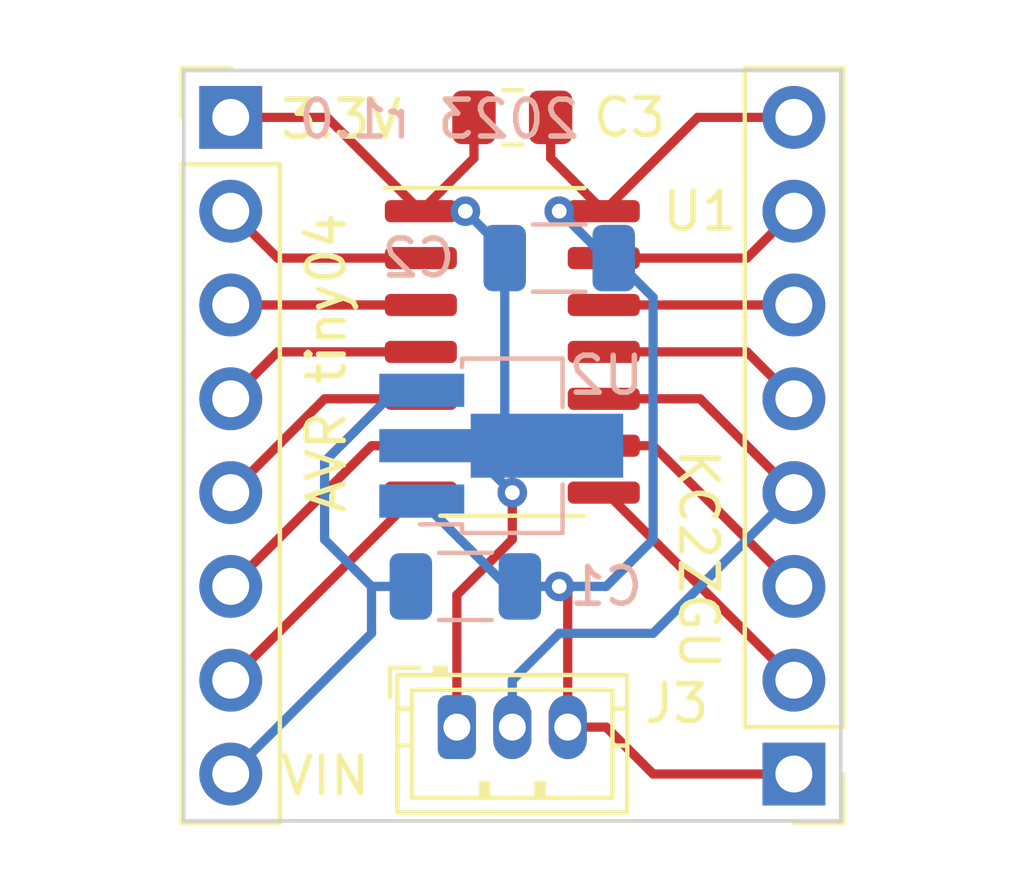
<source format=kicad_pcb>
(kicad_pcb (version 20221018) (generator pcbnew)
  (layers (0 "F.Cu" signal) (31 "B.Cu" signal) (34 "B.Paste" user) (35 "F.Paste" user) (36 "B.SilkS" user "B.Silkscreen") (37 "F.SilkS" user "F.Silkscreen") (38 "B.Mask" user) (39 "F.Mask" user) (44 "Edge.Cuts" user))
  (net 0 "")
  (net 1 "+5V")
  (net 2 "GND")
  (net 3 "+3.3V")
  (net 4 "PA4")
  (net 5 "PA5")
  (net 6 "PA6")
  (net 7 "PA7")
  (net 8 "PB3")
  (net 9 "PB2")
  (net 10 "PB1")
  (net 11 "PB0")
  (net 12 "UPDI")
  (net 13 "PA1")
  (net 14 "PA2")
  (net 15 "PA3")
  (footprint "Capacitor_SMD:C_0805_2012Metric_Pad1.18x1.45mm_HandSolder" (layer "F.Cu") (at 135.89 102.87)
    (fp_text reference "C3" (at 3.175 0) (layer "F.SilkS"))
    (fp_text value "C")
    (fp_line (start -0.261252 -0.735) (end 0.261252 -0.735) (stroke (width 0.12)) (layer "F.SilkS"))
    (fp_line (start -0.261252 0.735) (end 0.261252 0.735) (stroke (width 0.12)) (layer "F.SilkS"))
    (pad "1" smd roundrect (at -1.0375 0) (size 1.175 1.45) (layers "F.Cu" "F.Paste" "F.Mask") (roundrect_rratio 0.2127659574) (net 3 "+3.3V"))
    (pad "2" smd roundrect (at 1.0375 0) (size 1.175 1.45) (layers "F.Cu" "F.Paste" "F.Mask") (roundrect_rratio 0.2127659574) (net 2 "GND"))
  )
  (footprint "Package_SO:SOIC-14_3.9x8.7mm_P1.27mm" (layer "F.Cu") (at 135.89 109.22)
    (fp_text reference "U1" (at 5.08 -3.81) (layer "F.SilkS"))
    (fp_text value "ATtiny804-SS")
    (fp_line (start 0 -4.435) (end -3.45 -4.435) (stroke (width 0.12)) (layer "F.SilkS"))
    (fp_line (start 0 -4.435) (end 1.95 -4.435) (stroke (width 0.12)) (layer "F.SilkS"))
    (fp_line (start 0 4.435) (end -1.95 4.435) (stroke (width 0.12)) (layer "F.SilkS"))
    (fp_line (start 0 4.435) (end 1.95 4.435) (stroke (width 0.12)) (layer "F.SilkS"))
    (pad "1" smd roundrect (at -2.475 -3.81) (size 1.95 0.6) (layers "F.Cu" "F.Paste" "F.Mask") (net 3 "+3.3V"))
    (pad "2" smd roundrect (at -2.475 -2.54) (size 1.95 0.6) (layers "F.Cu" "F.Paste" "F.Mask") (net 4 "PA4"))
    (pad "3" smd roundrect (at -2.475 -1.27) (size 1.95 0.6) (layers "F.Cu" "F.Paste" "F.Mask") (net 5 "PA5"))
    (pad "4" smd roundrect (at -2.475 0) (size 1.95 0.6) (layers "F.Cu" "F.Paste" "F.Mask") (net 6 "PA6"))
    (pad "5" smd roundrect (at -2.475 1.27) (size 1.95 0.6) (layers "F.Cu" "F.Paste" "F.Mask") (net 7 "PA7"))
    (pad "6" smd roundrect (at -2.475 2.54) (size 1.95 0.6) (layers "F.Cu" "F.Paste" "F.Mask") (net 8 "PB3"))
    (pad "7" smd roundrect (at -2.475 3.81) (size 1.95 0.6) (layers "F.Cu" "F.Paste" "F.Mask") (net 9 "PB2"))
    (pad "8" smd roundrect (at 2.475 3.81) (size 1.95 0.6) (layers "F.Cu" "F.Paste" "F.Mask") (net 10 "PB1"))
    (pad "9" smd roundrect (at 2.475 2.54) (size 1.95 0.6) (layers "F.Cu" "F.Paste" "F.Mask") (net 11 "PB0"))
    (pad "10" smd roundrect (at 2.475 1.27) (size 1.95 0.6) (layers "F.Cu" "F.Paste" "F.Mask") (net 12 "UPDI"))
    (pad "11" smd roundrect (at 2.475 0) (size 1.95 0.6) (layers "F.Cu" "F.Paste" "F.Mask") (net 13 "PA1"))
    (pad "12" smd roundrect (at 2.475 -1.27) (size 1.95 0.6) (layers "F.Cu" "F.Paste" "F.Mask") (net 14 "PA2"))
    (pad "13" smd roundrect (at 2.475 -2.54) (size 1.95 0.6) (layers "F.Cu" "F.Paste" "F.Mask") (net 15 "PA3"))
    (pad "14" smd roundrect (at 2.475 -3.81) (size 1.95 0.6) (layers "F.Cu" "F.Paste" "F.Mask") (net 2 "GND"))
  )
  (footprint "footprints:JST_ZH_B3B-ZR_1x03_P1.50mm_Vertical" (layer "F.Cu") (at 134.39 119.38)
    (fp_text reference "J3" (at 5.945 -0.635) (layer "F.SilkS"))
    (fp_text value "Conn_01x03_Pin")
    (fp_line (start -1.81 -1.61) (end -1.81 -0.81) (stroke (width 0.12)) (layer "F.SilkS"))
    (fp_line (start -1.61 -1.41) (end -1.61 2.31) (stroke (width 0.12)) (layer "F.SilkS"))
    (fp_line (start -1.61 -0.5) (end -1.21 -0.5) (stroke (width 0.12)) (layer "F.SilkS"))
    (fp_line (start -1.61 0.5) (end -1.21 0.5) (stroke (width 0.12)) (layer "F.SilkS"))
    (fp_line (start -1.61 2.31) (end 4.61 2.31) (stroke (width 0.12)) (layer "F.SilkS"))
    (fp_line (start -1.21 -1.01) (end -1.21 1.91) (stroke (width 0.12)) (layer "F.SilkS"))
    (fp_line (start -1.21 1.91) (end 4.21 1.91) (stroke (width 0.12)) (layer "F.SilkS"))
    (fp_line (start -1.01 -1.61) (end -1.81 -1.61) (stroke (width 0.12)) (layer "F.SilkS"))
    (fp_line (start -0.6 -1.61) (end -0.6 -1.41) (stroke (width 0.12)) (layer "F.SilkS"))
    (fp_line (start -0.3 -1.61) (end -0.6 -1.61) (stroke (width 0.12)) (layer "F.SilkS"))
    (fp_line (start -0.3 -1.51) (end -0.6 -1.51) (stroke (width 0.12)) (layer "F.SilkS"))
    (fp_line (start -0.3 -1.41) (end -0.3 -1.61) (stroke (width 0.12)) (layer "F.SilkS"))
    (fp_line (start 0.65 1.51) (end 0.85 1.51) (stroke (width 0.12)) (layer "F.SilkS"))
    (fp_line (start 0.65 1.91) (end 0.65 1.51) (stroke (width 0.12)) (layer "F.SilkS"))
    (fp_line (start 0.75 1.91) (end 0.75 1.51) (stroke (width 0.12)) (layer "F.SilkS"))
    (fp_line (start 0.85 1.51) (end 0.85 1.91) (stroke (width 0.12)) (layer "F.SilkS"))
    (fp_line (start 2.15 1.51) (end 2.35 1.51) (stroke (width 0.12)) (layer "F.SilkS"))
    (fp_line (start 2.15 1.91) (end 2.15 1.51) (stroke (width 0.12)) (layer "F.SilkS"))
    (fp_line (start 2.25 1.91) (end 2.25 1.51) (stroke (width 0.12)) (layer "F.SilkS"))
    (fp_line (start 2.35 1.51) (end 2.35 1.91) (stroke (width 0.12)) (layer "F.SilkS"))
    (fp_line (start 4.21 -1.01) (end -1.21 -1.01) (stroke (width 0.12)) (layer "F.SilkS"))
    (fp_line (start 4.21 1.91) (end 4.21 -1.01) (stroke (width 0.12)) (layer "F.SilkS"))
    (fp_line (start 4.61 -1.41) (end -1.61 -1.41) (stroke (width 0.12)) (layer "F.SilkS"))
    (fp_line (start 4.61 -0.5) (end 4.21 -0.5) (stroke (width 0.12)) (layer "F.SilkS"))
    (fp_line (start 4.61 0.5) (end 4.21 0.5) (stroke (width 0.12)) (layer "F.SilkS"))
    (fp_line (start 4.61 2.31) (end 4.61 -1.41) (stroke (width 0.12)) (layer "F.SilkS"))
    (pad "1" thru_hole roundrect (at 0 0) (size 1.03 1.73) (drill 0.73) (layers "*.Cu" "*.Mask") (roundrect_rratio 0.2427184466) (net 3 "+3.3V"))
    (pad "2" thru_hole oval (at 1.5 0) (size 1.03 1.73) (drill 0.73) (layers "*.Cu" "*.Mask") (net 12 "UPDI"))
    (pad "3" thru_hole oval (at 3 0) (size 1.03 1.73) (drill 0.73) (layers "*.Cu" "*.Mask") (net 2 "GND"))
  )
  (footprint "Connector_PinHeader_2.54mm:PinHeader_1x08_P2.54mm_Vertical" (layer "F.Cu") (at 128.27 102.87)
    (fp_text reference "J1" hide)
    (fp_text value "Conn_01x08_Pin")
    (fp_line (start -1.33 -1.33) (end 0 -1.33) (stroke (width 0.12)) (layer "F.SilkS"))
    (fp_line (start -1.33 0) (end -1.33 -1.33) (stroke (width 0.12)) (layer "F.SilkS"))
    (fp_line (start -1.33 1.27) (end -1.33 19.11) (stroke (width 0.12)) (layer "F.SilkS"))
    (fp_line (start -1.33 1.27) (end 1.33 1.27) (stroke (width 0.12)) (layer "F.SilkS"))
    (fp_line (start -1.33 19.11) (end 1.33 19.11) (stroke (width 0.12)) (layer "F.SilkS"))
    (fp_line (start 1.33 1.27) (end 1.33 19.11) (stroke (width 0.12)) (layer "F.SilkS"))
    (pad "1" thru_hole rect (at 0 0) (size 1.7 1.7) (drill 1) (layers "*.Cu" "*.Mask") (net 3 "+3.3V"))
    (pad "2" thru_hole oval (at 0 2.54) (size 1.7 1.7) (drill 1) (layers "*.Cu" "*.Mask") (net 4 "PA4"))
    (pad "3" thru_hole oval (at 0 5.08) (size 1.7 1.7) (drill 1) (layers "*.Cu" "*.Mask") (net 5 "PA5"))
    (pad "4" thru_hole oval (at 0 7.62) (size 1.7 1.7) (drill 1) (layers "*.Cu" "*.Mask") (net 6 "PA6"))
    (pad "5" thru_hole oval (at 0 10.16) (size 1.7 1.7) (drill 1) (layers "*.Cu" "*.Mask") (net 7 "PA7"))
    (pad "6" thru_hole oval (at 0 12.7) (size 1.7 1.7) (drill 1) (layers "*.Cu" "*.Mask") (net 8 "PB3"))
    (pad "7" thru_hole oval (at 0 15.24) (size 1.7 1.7) (drill 1) (layers "*.Cu" "*.Mask") (net 9 "PB2"))
    (pad "8" thru_hole oval (at 0 17.78) (size 1.7 1.7) (drill 1) (layers "*.Cu" "*.Mask") (net 1 "+5V"))
  )
  (footprint "Connector_PinHeader_2.54mm:PinHeader_1x08_P2.54mm_Vertical" (layer "F.Cu") (at 143.51 120.65 180)
    (fp_text reference "J2" hide)
    (fp_text value "Conn_01x08_Pin")
    (fp_line (start -1.33 -1.33) (end 0 -1.33) (stroke (width 0.12)) (layer "F.SilkS"))
    (fp_line (start -1.33 0) (end -1.33 -1.33) (stroke (width 0.12)) (layer "F.SilkS"))
    (fp_line (start -1.33 1.27) (end -1.33 19.11) (stroke (width 0.12)) (layer "F.SilkS"))
    (fp_line (start -1.33 1.27) (end 1.33 1.27) (stroke (width 0.12)) (layer "F.SilkS"))
    (fp_line (start -1.33 19.11) (end 1.33 19.11) (stroke (width 0.12)) (layer "F.SilkS"))
    (fp_line (start 1.33 1.27) (end 1.33 19.11) (stroke (width 0.12)) (layer "F.SilkS"))
    (pad "1" thru_hole rect (at 0 0 180) (size 1.7 1.7) (drill 1) (layers "*.Cu" "*.Mask") (net 2 "GND"))
    (pad "2" thru_hole oval (at 0 2.54 180) (size 1.7 1.7) (drill 1) (layers "*.Cu" "*.Mask") (net 10 "PB1"))
    (pad "3" thru_hole oval (at 0 5.08 180) (size 1.7 1.7) (drill 1) (layers "*.Cu" "*.Mask") (net 11 "PB0"))
    (pad "4" thru_hole oval (at 0 7.62 180) (size 1.7 1.7) (drill 1) (layers "*.Cu" "*.Mask") (net 12 "UPDI"))
    (pad "5" thru_hole oval (at 0 10.16 180) (size 1.7 1.7) (drill 1) (layers "*.Cu" "*.Mask") (net 13 "PA1"))
    (pad "6" thru_hole oval (at 0 12.7 180) (size 1.7 1.7) (drill 1) (layers "*.Cu" "*.Mask") (net 14 "PA2"))
    (pad "7" thru_hole oval (at 0 15.24 180) (size 1.7 1.7) (drill 1) (layers "*.Cu" "*.Mask") (net 15 "PA3"))
    (pad "8" thru_hole oval (at 0 17.78 180) (size 1.7 1.7) (drill 1) (layers "*.Cu" "*.Mask") (net 2 "GND"))
  )
  (footprint "Package_TO_SOT_SMD:SOT-89-3_Handsoldering" (layer "B.Cu") (at 135.89 111.76)
    (fp_text reference "U2" (at 2.54 -1.905) (layer "B.SilkS") (effects (justify mirror)))
    (fp_text value "AZ1117-3.3")
    (fp_line (start -2.5 2.13) (end -1.36 2.13) (stroke (width 0.12)) (layer "B.SilkS"))
    (fp_line (start -1.36 -2.36) (end -1.36 -2.13) (stroke (width 0.12)) (layer "B.SilkS"))
    (fp_line (start -1.36 2.36) (end -1.36 2.13) (stroke (width 0.12)) (layer "B.SilkS"))
    (fp_line (start -1.36 2.36) (end 1.36 2.36) (stroke (width 0.12)) (layer "B.SilkS"))
    (fp_line (start 1.36 -2.36) (end -1.36 -2.36) (stroke (width 0.12)) (layer "B.SilkS"))
    (fp_line (start 1.36 -1.05) (end 1.36 -2.36) (stroke (width 0.12)) (layer "B.SilkS"))
    (fp_line (start 1.36 2.36) (end 1.36 1.05) (stroke (width 0.12)) (layer "B.SilkS"))
    (pad "1" smd rect (at -2.45 1.5) (size 2.3 0.9) (layers "B.Cu" "B.Paste" "B.Mask") (net 2 "GND"))
    (pad "2" smd custom (at -2.3625 0) (size 2.475 0.9) (layers "B.Cu" "B.Paste" "B.Mask") (net 3 "+3.3V") (options (clearance outline) (anchor rect)) (primitives (gr_poly (pts (xy 5.3625 -0.8665) (xy 1.2375 -0.8665) (xy 1.2375 0.8665) (xy 5.3625 0.8665)) (width 0) (fill yes))))
    (pad "3" smd rect (at -2.45 -1.5) (size 2.3 0.9) (layers "B.Cu" "B.Paste" "B.Mask") (net 1 "+5V"))
  )
  (footprint "Capacitor_SMD:C_1206_3216Metric" (layer "B.Cu") (at 134.62 115.57)
    (fp_text reference "C1" (at 3.81 0) (layer "B.SilkS") (effects (justify mirror)))
    (fp_text value "C")
    (fp_line (start -0.711252 -0.91) (end 0.711252 -0.91) (stroke (width 0.12)) (layer "B.SilkS"))
    (fp_line (start -0.711252 0.91) (end 0.711252 0.91) (stroke (width 0.12)) (layer "B.SilkS"))
    (pad "1" smd roundrect (at -1.475 0) (size 1.15 1.8) (layers "B.Cu" "B.Paste" "B.Mask") (roundrect_rratio 0.2173913043) (net 1 "+5V"))
    (pad "2" smd roundrect (at 1.475 0) (size 1.15 1.8) (layers "B.Cu" "B.Paste" "B.Mask") (roundrect_rratio 0.2173913043) (net 2 "GND"))
  )
  (footprint "Capacitor_SMD:C_1206_3216Metric" (layer "B.Cu") (at 137.16 106.68)
    (fp_text reference "C2" (at -3.81 0) (layer "B.SilkS") (effects (justify mirror)))
    (fp_text value "C")
    (fp_line (start -0.711252 -0.91) (end 0.711252 -0.91) (stroke (width 0.12)) (layer "B.SilkS"))
    (fp_line (start -0.711252 0.91) (end 0.711252 0.91) (stroke (width 0.12)) (layer "B.SilkS"))
    (pad "1" smd roundrect (at -1.475 0) (size 1.15 1.8) (layers "B.Cu" "B.Paste" "B.Mask") (roundrect_rratio 0.2173913043) (net 3 "+3.3V"))
    (pad "2" smd roundrect (at 1.475 0) (size 1.15 1.8) (layers "B.Cu" "B.Paste" "B.Mask") (roundrect_rratio 0.2173913043) (net 2 "GND"))
  )
  (gr_rect (start 127 101.6) (end 144.78 121.92) (stroke (width 0.1)) (fill none) (layer "Edge.Cuts"))
  (gr_text "2023 r1.0" (at 137.795 103.505) (layer "B.SilkS") (effects (font (size 1 1)) (justify left bottom mirror)))
  (gr_text "KC2ZGU" (at 140.335 111.76 -90) (layer "F.SilkS") (effects (font (size 1 1)) (justify left bottom)))
  (gr_text "AVR tiny04" (at 131.445 113.665 90) (layer "F.SilkS") (effects (font (size 1 1)) (justify left bottom)))
  (gr_text "3.3V" (at 129.54 103.505) (layer "F.SilkS") (effects (font (size 1 1)) (justify left bottom)))
  (gr_text "VIN" (at 129.54 121.285) (layer "F.SilkS") (effects (font (size 1 1)) (justify left bottom)))
  (segment (start 132.08 116.84) (end 132.08 115.57) (width 0.25) (layer "B.Cu") (net 1))
  (segment (start 130.81 114.3) (end 130.81 112.19) (width 0.25) (layer "B.Cu") (net 1))
  (segment (start 128.27 120.65) (end 132.08 116.84) (width 0.25) (layer "B.Cu") (net 1))
  (segment (start 132.74 110.26) (end 133.44 110.26) (width 0.25) (layer "B.Cu") (net 1))
  (segment (start 130.81 112.19) (end 132.74 110.26) (width 0.25) (layer "B.Cu") (net 1))
  (segment (start 133.145 115.57) (end 132.08 115.57) (width 0.25) (layer "B.Cu") (net 1))
  (segment (start 132.08 115.57) (end 130.81 114.3) (width 0.25) (layer "B.Cu") (net 1))
  (segment (start 136.9275 103.9725) (end 138.365 105.41) (width 0.25) (layer "F.Cu") (net 2))
  (segment (start 140.905 102.87) (end 143.51 102.87) (width 0.25) (layer "F.Cu") (net 2))
  (segment (start 137.39 119.38) (end 138.43 119.38) (width 0.25) (layer "F.Cu") (net 2))
  (segment (start 138.43 119.38) (end 139.7 120.65) (width 0.25) (layer "F.Cu") (net 2))
  (segment (start 137.39 115.8) (end 137.16 115.57) (width 0.25) (layer "F.Cu") (net 2))
  (segment (start 137.39 119.38) (end 137.39 115.8) (width 0.25) (layer "F.Cu") (net 2))
  (segment (start 139.7 120.65) (end 143.51 120.65) (width 0.25) (layer "F.Cu") (net 2))
  (segment (start 137.16 105.41) (end 138.365 105.41) (width 0.25) (layer "F.Cu") (net 2))
  (segment (start 138.365 105.41) (end 140.905 102.87) (width 0.25) (layer "F.Cu") (net 2))
  (segment (start 136.9275 102.87) (end 136.9275 103.9725) (width 0.25) (layer "F.Cu") (net 2))
  (via (at 137.16 115.57) (size 0.8) (drill 0.4) (layers "F.Cu" "B.Cu") (net 2))
  (via (at 137.16 105.41) (size 0.8) (drill 0.4) (layers "F.Cu" "B.Cu") (net 2))
  (segment (start 138.635 106.68) (end 138.43 106.68) (width 0.25) (layer "B.Cu") (net 2))
  (segment (start 136.095 115.57) (end 135.75 115.57) (width 0.25) (layer "B.Cu") (net 2))
  (segment (start 138.43 115.57) (end 137.16 115.57) (width 0.25) (layer "B.Cu") (net 2))
  (segment (start 138.635 106.68) (end 139.7 107.745) (width 0.25) (layer "B.Cu") (net 2))
  (segment (start 138.43 106.68) (end 137.16 105.41) (width 0.25) (layer "B.Cu") (net 2))
  (segment (start 139.7 107.745) (end 139.7 114.3) (width 0.25) (layer "B.Cu") (net 2))
  (segment (start 139.7 114.3) (end 138.43 115.57) (width 0.25) (layer "B.Cu") (net 2))
  (segment (start 135.75 115.57) (end 133.44 113.26) (width 0.25) (layer "B.Cu") (net 2))
  (segment (start 137.16 115.57) (end 136.095 115.57) (width 0.25) (layer "B.Cu") (net 2))
  (segment (start 134.39 119.38) (end 134.39 115.8) (width 0.25) (layer "F.Cu") (net 3))
  (segment (start 135.89 114.3) (end 135.89 113.03) (width 0.25) (layer "F.Cu") (net 3))
  (segment (start 133.415 105.41) (end 130.875 102.87) (width 0.25) (layer "F.Cu") (net 3))
  (segment (start 134.62 105.41) (end 133.415 105.41) (width 0.25) (layer "F.Cu") (net 3))
  (segment (start 130.875 102.87) (end 128.27 102.87) (width 0.25) (layer "F.Cu") (net 3))
  (segment (start 134.8525 102.87) (end 134.8525 103.9725) (width 0.25) (layer "F.Cu") (net 3))
  (segment (start 134.8525 103.9725) (end 133.415 105.41) (width 0.25) (layer "F.Cu") (net 3))
  (segment (start 134.39 115.8) (end 135.89 114.3) (width 0.25) (layer "F.Cu") (net 3))
  (via (at 134.62 105.41) (size 0.8) (drill 0.4) (layers "F.Cu" "B.Cu") (net 3))
  (via (at 135.89 113.03) (size 0.8) (drill 0.4) (layers "F.Cu" "B.Cu") (net 3))
  (segment (start 135.685 106.68) (end 135.685 106.475) (width 0.25) (layer "B.Cu") (net 3))
  (segment (start 135.89 113.03) (end 134.62 111.76) (width 0.25) (layer "B.Cu") (net 3))
  (segment (start 135.89 111.76) (end 133.5275 111.76) (width 0.25) (layer "B.Cu") (net 3))
  (segment (start 135.685 106.475) (end 134.62 105.41) (width 0.25) (layer "B.Cu") (net 3))
  (segment (start 135.685 106.68) (end 135.685 111.555) (width 0.25) (layer "B.Cu") (net 3))
  (segment (start 134.62 111.76) (end 133.5275 111.76) (width 0.25) (layer "B.Cu") (net 3))
  (segment (start 135.685 111.555) (end 135.89 111.76) (width 0.25) (layer "B.Cu") (net 3))
  (segment (start 129.54 106.68) (end 128.27 105.41) (width 0.25) (layer "F.Cu") (net 4))
  (segment (start 133.415 106.68) (end 129.54 106.68) (width 0.25) (layer "F.Cu") (net 4))
  (segment (start 133.415 107.95) (end 128.27 107.95) (width 0.25) (layer "F.Cu") (net 5))
  (segment (start 129.54 109.22) (end 128.27 110.49) (width 0.25) (layer "F.Cu") (net 6))
  (segment (start 133.415 109.22) (end 129.54 109.22) (width 0.25) (layer "F.Cu") (net 6))
  (segment (start 133.415 110.49) (end 130.81 110.49) (width 0.25) (layer "F.Cu") (net 7))
  (segment (start 130.81 110.49) (end 128.27 113.03) (width 0.25) (layer "F.Cu") (net 7))
  (segment (start 132.08 111.76) (end 128.27 115.57) (width 0.25) (layer "F.Cu") (net 8))
  (segment (start 133.415 111.76) (end 132.08 111.76) (width 0.25) (layer "F.Cu") (net 8))
  (segment (start 133.415 113.03) (end 133.35 113.03) (width 0.25) (layer "F.Cu") (net 9))
  (segment (start 133.35 113.03) (end 128.27 118.11) (width 0.25) (layer "F.Cu") (net 9))
  (segment (start 138.365 113.03) (end 138.43 113.03) (width 0.25) (layer "F.Cu") (net 10))
  (segment (start 138.43 113.03) (end 143.51 118.11) (width 0.25) (layer "F.Cu") (net 10))
  (segment (start 138.365 111.76) (end 139.7 111.76) (width 0.25) (layer "F.Cu") (net 11))
  (segment (start 139.7 111.76) (end 143.51 115.57) (width 0.25) (layer "F.Cu") (net 11))
  (segment (start 138.365 110.49) (end 140.97 110.49) (width 0.25) (layer "F.Cu") (net 12))
  (segment (start 140.97 110.49) (end 143.51 113.03) (width 0.25) (layer "F.Cu") (net 12))
  (segment (start 135.89 118.11) (end 137.16 116.84) (width 0.25) (layer "B.Cu") (net 12))
  (segment (start 135.89 119.38) (end 135.89 118.11) (width 0.25) (layer "B.Cu") (net 12))
  (segment (start 139.7 116.84) (end 143.51 113.03) (width 0.25) (layer "B.Cu") (net 12))
  (segment (start 137.16 116.84) (end 139.7 116.84) (width 0.25) (layer "B.Cu") (net 12))
  (segment (start 138.365 109.22) (end 142.24 109.22) (width 0.25) (layer "F.Cu") (net 13))
  (segment (start 142.24 109.22) (end 143.51 110.49) (width 0.25) (layer "F.Cu") (net 13))
  (segment (start 138.365 107.95) (end 143.51 107.95) (width 0.25) (layer "F.Cu") (net 14))
  (segment (start 138.365 106.68) (end 142.24 106.68) (width 0.25) (layer "F.Cu") (net 15))
  (segment (start 142.24 106.68) (end 143.51 105.41) (width 0.25) (layer "F.Cu") (net 15))
)
</source>
